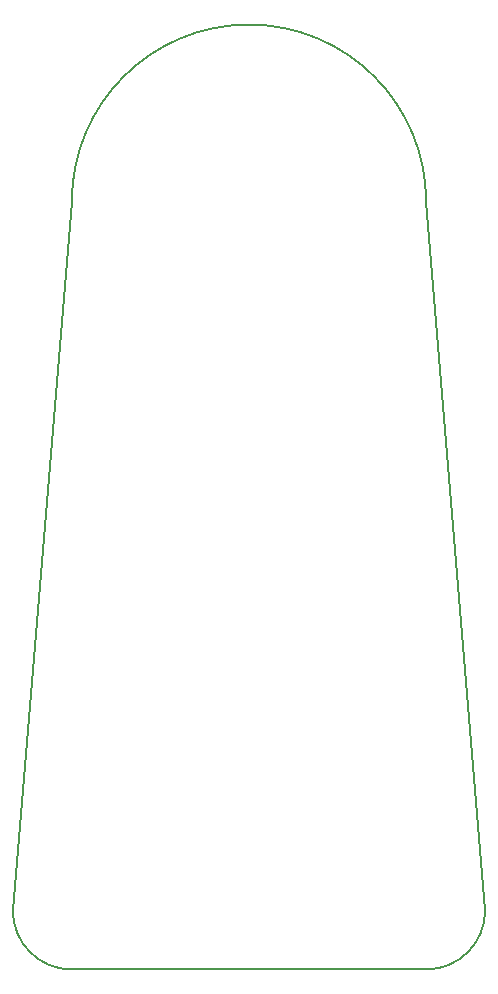
<source format=gm1>
G04 #@! TF.FileFunction,Profile,NP*
%FSLAX46Y46*%
G04 Gerber Fmt 4.6, Leading zero omitted, Abs format (unit mm)*
G04 Created by KiCad (PCBNEW 4.0.2-stable) date Thursday, February 23, 2017 'PMt' 11:52:06 PM*
%MOMM*%
G01*
G04 APERTURE LIST*
%ADD10C,0.100000*%
%ADD11C,0.150000*%
G04 APERTURE END LIST*
D10*
D11*
X100000000Y-80000000D02*
G75*
G03X70000000Y-80000000I-15000000J0D01*
G01*
X65000000Y-140000000D02*
X70000000Y-80000000D01*
X105000000Y-140000000D02*
X100000000Y-80000000D01*
X70000000Y-145000000D02*
X100000000Y-145000000D01*
X100000000Y-145000000D02*
G75*
G03X105000000Y-140000000I0J5000000D01*
G01*
X65000000Y-140000000D02*
G75*
G03X70000000Y-145000000I5000000J0D01*
G01*
M02*

</source>
